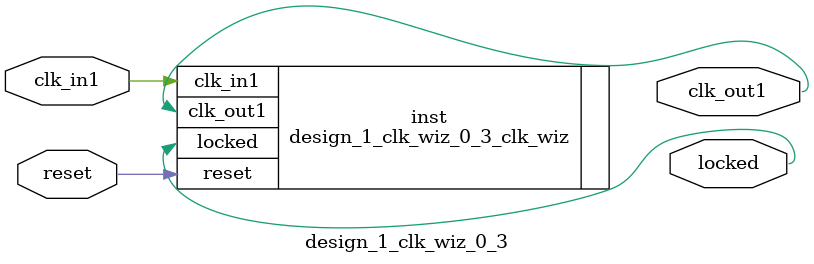
<source format=v>


`timescale 1ps/1ps

(* CORE_GENERATION_INFO = "design_1_clk_wiz_0_3,clk_wiz_v6_0_6_0_0,{component_name=design_1_clk_wiz_0_3,use_phase_alignment=true,use_min_o_jitter=false,use_max_i_jitter=false,use_dyn_phase_shift=false,use_inclk_switchover=false,use_dyn_reconfig=false,enable_axi=0,feedback_source=FDBK_AUTO,PRIMITIVE=MMCM,num_out_clk=1,clkin1_period=10.000,clkin2_period=10.000,use_power_down=false,use_reset=true,use_locked=true,use_inclk_stopped=false,feedback_type=SINGLE,CLOCK_MGR_TYPE=NA,manual_override=false}" *)

module design_1_clk_wiz_0_3 
 (
  // Clock out ports
  output        clk_out1,
  // Status and control signals
  input         reset,
  output        locked,
 // Clock in ports
  input         clk_in1
 );

  design_1_clk_wiz_0_3_clk_wiz inst
  (
  // Clock out ports  
  .clk_out1(clk_out1),
  // Status and control signals               
  .reset(reset), 
  .locked(locked),
 // Clock in ports
  .clk_in1(clk_in1)
  );

endmodule

</source>
